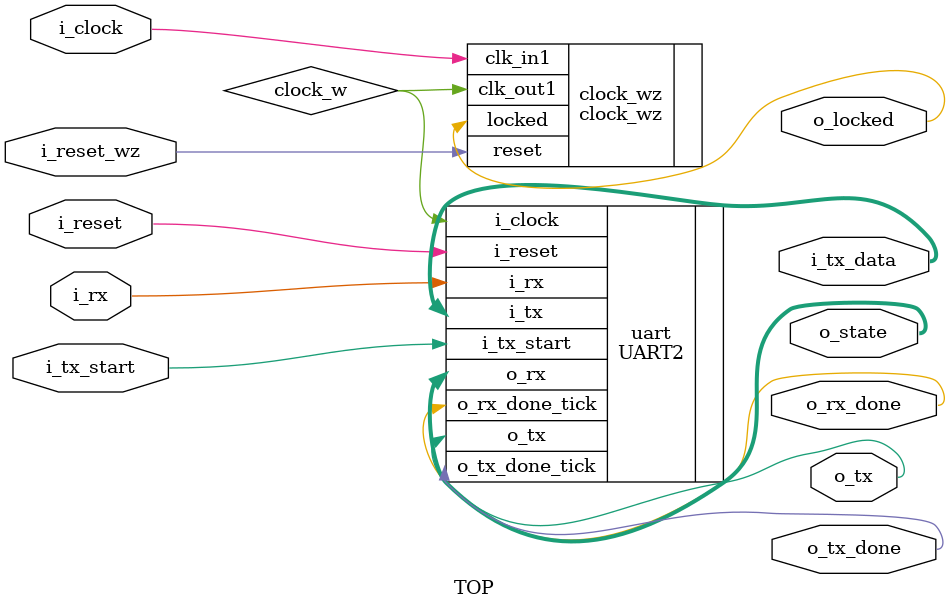
<source format=v>
`include "parameters.vh"

module TOP
	#(	
		parameter CLOCK         = 50E6,
		parameter BAUD_RATE     = 19200,	
		parameter N_BITS        = 8,		
	)
	(
		input wire i_clock,
		input wire i_reset,
		input wire i_reset_wz,
		input wire i_rx,
        input wire i_tx_start,
		output wire [N_BITS-1:0] i_tx_data,

		output wire o_tx,
		output wire o_locked,
        output wire o_rx_done,
        output wire o_tx_done,
		output wire [N_BITS-1:0] o_state
	);

	clock_wz clock_wz
  	(  
		.clk_out1(clock_w),
	  	.reset(i_reset_wz),
	  	.locked(o_locked),
	  	.clk_in1(i_clock)
	 );

    UART2 uart
    (
    .i_clock(clock_w),
    .i_reset(i_reset),
    .i_rx(i_rx), //wire para rx bit a bit
    .i_tx(i_tx_data), //data to transfer
    .i_tx_start(i_tx_start), //start transfer
    .o_rx(o_state), //data recibida
    .o_rx_done_tick(o_rx_done), //rx done
    .o_tx(o_tx), //wire para tx bit a bit
    .o_tx_done_tick(o_tx_done) //tx done
    );

endmodule
</source>
